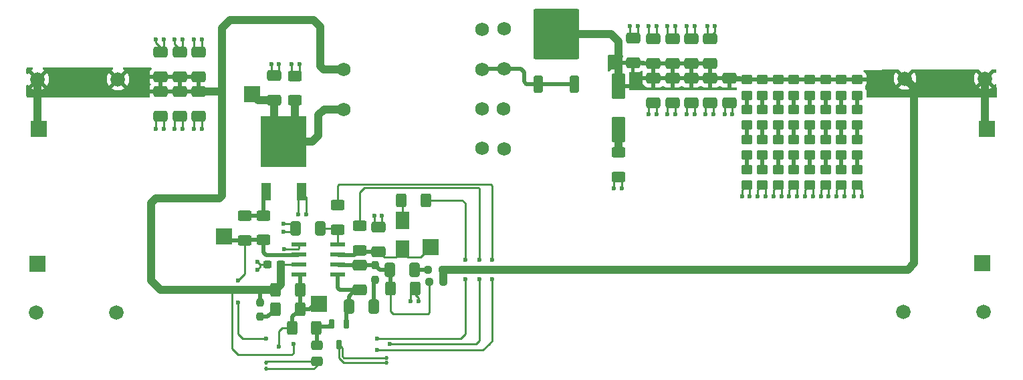
<source format=gtl>
%TF.GenerationSoftware,KiCad,Pcbnew,9.0.5*%
%TF.CreationDate,2025-10-18T17:09:32-07:00*%
%TF.ProjectId,Flyback_CCM_Converter,466c7962-6163-46b5-9f43-434d5f436f6e,rev?*%
%TF.SameCoordinates,Original*%
%TF.FileFunction,Copper,L1,Top*%
%TF.FilePolarity,Positive*%
%FSLAX46Y46*%
G04 Gerber Fmt 4.6, Leading zero omitted, Abs format (unit mm)*
G04 Created by KiCad (PCBNEW 9.0.5) date 2025-10-18 17:09:32*
%MOMM*%
%LPD*%
G01*
G04 APERTURE LIST*
G04 Aperture macros list*
%AMRoundRect*
0 Rectangle with rounded corners*
0 $1 Rounding radius*
0 $2 $3 $4 $5 $6 $7 $8 $9 X,Y pos of 4 corners*
0 Add a 4 corners polygon primitive as box body*
4,1,4,$2,$3,$4,$5,$6,$7,$8,$9,$2,$3,0*
0 Add four circle primitives for the rounded corners*
1,1,$1+$1,$2,$3*
1,1,$1+$1,$4,$5*
1,1,$1+$1,$6,$7*
1,1,$1+$1,$8,$9*
0 Add four rect primitives between the rounded corners*
20,1,$1+$1,$2,$3,$4,$5,0*
20,1,$1+$1,$4,$5,$6,$7,0*
20,1,$1+$1,$6,$7,$8,$9,0*
20,1,$1+$1,$8,$9,$2,$3,0*%
G04 Aperture macros list end*
%TA.AperFunction,SMDPad,CuDef*%
%ADD10RoundRect,0.162500X-0.162500X0.447500X-0.162500X-0.447500X0.162500X-0.447500X0.162500X0.447500X0*%
%TD*%
%TA.AperFunction,ComponentPad*%
%ADD11C,1.828800*%
%TD*%
%TA.AperFunction,ComponentPad*%
%ADD12C,1.750000*%
%TD*%
%TA.AperFunction,ComponentPad*%
%ADD13R,2.000000X2.000000*%
%TD*%
%TA.AperFunction,SMDPad,CuDef*%
%ADD14RoundRect,0.250000X0.625000X-0.400000X0.625000X0.400000X-0.625000X0.400000X-0.625000X-0.400000X0*%
%TD*%
%TA.AperFunction,SMDPad,CuDef*%
%ADD15RoundRect,0.237500X-0.237500X0.250000X-0.237500X-0.250000X0.237500X-0.250000X0.237500X0.250000X0*%
%TD*%
%TA.AperFunction,SMDPad,CuDef*%
%ADD16RoundRect,0.250000X0.400000X0.625000X-0.400000X0.625000X-0.400000X-0.625000X0.400000X-0.625000X0*%
%TD*%
%TA.AperFunction,SMDPad,CuDef*%
%ADD17RoundRect,0.250000X0.650000X-0.412500X0.650000X0.412500X-0.650000X0.412500X-0.650000X-0.412500X0*%
%TD*%
%TA.AperFunction,SMDPad,CuDef*%
%ADD18R,1.200000X2.200000*%
%TD*%
%TA.AperFunction,SMDPad,CuDef*%
%ADD19R,5.800000X6.400000*%
%TD*%
%TA.AperFunction,SMDPad,CuDef*%
%ADD20RoundRect,0.250000X-0.475000X0.337500X-0.475000X-0.337500X0.475000X-0.337500X0.475000X0.337500X0*%
%TD*%
%TA.AperFunction,SMDPad,CuDef*%
%ADD21RoundRect,0.250000X0.412500X0.650000X-0.412500X0.650000X-0.412500X-0.650000X0.412500X-0.650000X0*%
%TD*%
%TA.AperFunction,SMDPad,CuDef*%
%ADD22RoundRect,0.237500X-0.250000X-0.237500X0.250000X-0.237500X0.250000X0.237500X-0.250000X0.237500X0*%
%TD*%
%TA.AperFunction,SMDPad,CuDef*%
%ADD23RoundRect,0.237500X0.237500X-0.250000X0.237500X0.250000X-0.237500X0.250000X-0.237500X-0.250000X0*%
%TD*%
%TA.AperFunction,SMDPad,CuDef*%
%ADD24RoundRect,0.237500X0.300000X0.237500X-0.300000X0.237500X-0.300000X-0.237500X0.300000X-0.237500X0*%
%TD*%
%TA.AperFunction,SMDPad,CuDef*%
%ADD25RoundRect,0.250000X-0.412500X-0.650000X0.412500X-0.650000X0.412500X0.650000X-0.412500X0.650000X0*%
%TD*%
%TA.AperFunction,SMDPad,CuDef*%
%ADD26R,1.981200X0.558800*%
%TD*%
%TA.AperFunction,SMDPad,CuDef*%
%ADD27RoundRect,0.250000X-0.400000X-0.625000X0.400000X-0.625000X0.400000X0.625000X-0.400000X0.625000X0*%
%TD*%
%TA.AperFunction,SMDPad,CuDef*%
%ADD28R,1.651000X2.184400*%
%TD*%
%TA.AperFunction,SMDPad,CuDef*%
%ADD29RoundRect,0.237500X0.250000X0.237500X-0.250000X0.237500X-0.250000X-0.237500X0.250000X-0.237500X0*%
%TD*%
%TA.AperFunction,SMDPad,CuDef*%
%ADD30RoundRect,0.250000X-0.650000X0.412500X-0.650000X-0.412500X0.650000X-0.412500X0.650000X0.412500X0*%
%TD*%
%TA.AperFunction,SMDPad,CuDef*%
%ADD31RoundRect,0.250000X-0.450000X0.350000X-0.450000X-0.350000X0.450000X-0.350000X0.450000X0.350000X0*%
%TD*%
%TA.AperFunction,SMDPad,CuDef*%
%ADD32RoundRect,0.250000X-0.600000X1.400000X-0.600000X-1.400000X0.600000X-1.400000X0.600000X1.400000X0*%
%TD*%
%TA.AperFunction,SMDPad,CuDef*%
%ADD33RoundRect,0.250000X0.350000X-0.850000X0.350000X0.850000X-0.350000X0.850000X-0.350000X-0.850000X0*%
%TD*%
%TA.AperFunction,SMDPad,CuDef*%
%ADD34RoundRect,0.249997X2.650003X-2.950003X2.650003X2.950003X-2.650003X2.950003X-2.650003X-2.950003X0*%
%TD*%
%TA.AperFunction,SMDPad,CuDef*%
%ADD35RoundRect,0.250000X-0.625000X0.400000X-0.625000X-0.400000X0.625000X-0.400000X0.625000X0.400000X0*%
%TD*%
%TA.AperFunction,ViaPad*%
%ADD36C,0.523800*%
%TD*%
%TA.AperFunction,ViaPad*%
%ADD37C,0.600000*%
%TD*%
%TA.AperFunction,Conductor*%
%ADD38C,0.254000*%
%TD*%
%TA.AperFunction,Conductor*%
%ADD39C,0.508000*%
%TD*%
%TA.AperFunction,Conductor*%
%ADD40C,1.016000*%
%TD*%
G04 APERTURE END LIST*
D10*
%TO.P,Q2,1,E*%
%TO.N,/COMP*%
X146150000Y-132890000D03*
%TO.P,Q2,2,B*%
%TO.N,Net-(Q2-B)*%
X144250000Y-132890000D03*
%TO.P,Q2,3,C*%
%TO.N,GND*%
X145200000Y-135510000D03*
%TD*%
D11*
%TO.P,+12V,1,1*%
%TO.N,VCC*%
X107043900Y-101885700D03*
%TO.P,+12V,2,2*%
X117203900Y-101885700D03*
%TD*%
%TO.P,+5V,1,1*%
%TO.N,+5V*%
X227000000Y-101800000D03*
%TO.P,+5V,2,2*%
X216840000Y-101800000D03*
%TD*%
D12*
%TO.P,T1,1,AA*%
%TO.N,VCC*%
X145800000Y-100600000D03*
%TO.P,T1,2,AB*%
%TO.N,Net-(Q1-D)*%
X145800000Y-105680000D03*
%TO.P,T1,3,SA*%
%TO.N,GND*%
X163300000Y-105600000D03*
X166040000Y-105670000D03*
%TO.P,T1,4,SB*%
%TO.N,Net-(T1-SB)*%
X163300000Y-100600000D03*
X166090000Y-100580000D03*
%TO.P,T1,NC1*%
%TO.N,N/C*%
X163300000Y-110600000D03*
X166070000Y-110730000D03*
%TO.P,T1,NC2*%
X163300000Y-95600000D03*
X166070000Y-95500000D03*
%TD*%
D13*
%TO.P,TP3,1,1*%
%TO.N,+5V*%
X227200000Y-108200000D03*
%TD*%
%TO.P,TP1,1,1*%
%TO.N,VCC*%
X107200000Y-108200000D03*
%TD*%
%TO.P,TP4,1,1*%
%TO.N,GND*%
X226600000Y-125200000D03*
%TD*%
%TO.P,TP2,1,1*%
%TO.N,GND*%
X106962500Y-125285700D03*
%TD*%
D11*
%TO.P,GND,2,2*%
%TO.N,GND*%
X216640000Y-131400000D03*
%TO.P,GND,1,1*%
X226800000Y-131400000D03*
%TD*%
%TO.P,GND,2,2*%
%TO.N,GND*%
X117003900Y-131485700D03*
%TO.P,GND,1,1*%
X106843900Y-131485700D03*
%TD*%
D14*
%TO.P,Rosc1,2*%
%TO.N,Net-(U1-VREF)*%
X145000000Y-117850000D03*
%TO.P,Rosc1,1*%
%TO.N,/RT{slash}CT*%
X145000000Y-120950000D03*
%TD*%
D13*
%TO.P,TP7,1,1*%
%TO.N,/ISENSE*%
X156800000Y-123200000D03*
%TD*%
D15*
%TO.P,Rcomp_2,2*%
%TO.N,Net-(Ccomp_1-Pad2)*%
X149800000Y-127300000D03*
%TO.P,Rcomp_2,1*%
%TO.N,/VFB*%
X149800000Y-125475000D03*
%TD*%
D16*
%TO.P,Rb1,2*%
%TO.N,/VFB*%
X151700000Y-128400000D03*
%TO.P,Rb1,1*%
%TO.N,GND*%
X154800000Y-128400000D03*
%TD*%
D14*
%TO.P,R_isense1,2*%
%TO.N,VCC*%
X147800000Y-120450000D03*
%TO.P,R_isense1,1*%
%TO.N,/ISENSE*%
X147800000Y-123550000D03*
%TD*%
D17*
%TO.P,C_isense1,2*%
%TO.N,GND*%
X150200000Y-120637500D03*
%TO.P,C_isense1,1*%
%TO.N,/ISENSE*%
X150200000Y-123762500D03*
%TD*%
%TO.P,Ccomp_3,2*%
%TO.N,/VFB*%
X147800000Y-125475000D03*
%TO.P,Ccomp_3,1*%
%TO.N,/COMP*%
X147800000Y-128600000D03*
%TD*%
D18*
%TO.P,Q1,3,S*%
%TO.N,GND*%
X140480000Y-116100000D03*
D19*
%TO.P,Q1,2,D*%
%TO.N,Net-(Q1-D)*%
X138200000Y-109800000D03*
D18*
%TO.P,Q1,1,G*%
%TO.N,/QG*%
X135920000Y-116100000D03*
%TD*%
D20*
%TO.P,C_ss1,2*%
%TO.N,GND*%
X142400000Y-137675000D03*
%TO.P,C_ss1,1*%
%TO.N,Net-(Q2-B)*%
X142400000Y-135600000D03*
%TD*%
D21*
%TO.P,Cosc1,2*%
%TO.N,GND*%
X139675000Y-120800000D03*
%TO.P,Cosc1,1*%
%TO.N,/RT{slash}CT*%
X142800000Y-120800000D03*
%TD*%
%TO.P,Ccomp_2,2*%
%TO.N,/VFB*%
X151637500Y-126000000D03*
%TO.P,Ccomp_2,1*%
%TO.N,Net-(Ccomp_2-Pad1)*%
X154762500Y-126000000D03*
%TD*%
D16*
%TO.P,R_ss1,2*%
%TO.N,Net-(U1-VREF)*%
X139237500Y-133400000D03*
%TO.P,R_ss1,1*%
%TO.N,Net-(Q2-B)*%
X142337500Y-133400000D03*
%TD*%
D22*
%TO.P,Rcomp_1,2*%
%TO.N,+5V*%
X158400000Y-127600000D03*
%TO.P,Rcomp_1,1*%
%TO.N,/VFB*%
X156575000Y-127600000D03*
%TD*%
D23*
%TO.P,Rdiv_3,2*%
%TO.N,VCC*%
X135237500Y-130175000D03*
%TO.P,Rdiv_3,1*%
%TO.N,Net-(Rdiv_2-Pad2)*%
X135237500Y-132000000D03*
%TD*%
D16*
%TO.P,Rdiv_1,2*%
%TO.N,VCC*%
X137137500Y-128600000D03*
%TO.P,Rdiv_1,1*%
%TO.N,Net-(U1-VREF)*%
X140237500Y-128600000D03*
%TD*%
D24*
%TO.P,C14,2*%
%TO.N,GND*%
X136137500Y-125400000D03*
%TO.P,C14,1*%
%TO.N,VCC*%
X137862500Y-125400000D03*
%TD*%
D25*
%TO.P,Ccomp_1,2*%
%TO.N,Net-(Ccomp_1-Pad2)*%
X149600000Y-130675000D03*
%TO.P,Ccomp_1,1*%
%TO.N,/COMP*%
X146475000Y-130675000D03*
%TD*%
D13*
%TO.P,TP6,1,1*%
%TO.N,Net-(U1-VREF)*%
X142637500Y-130400000D03*
%TD*%
D26*
%TO.P,U1,8,VREF*%
%TO.N,Net-(U1-VREF)*%
X140072400Y-126610000D03*
%TO.P,U1,7,VCC*%
%TO.N,VCC*%
X140072400Y-125340000D03*
%TO.P,U1,6,OUTPUT*%
%TO.N,/OUT*%
X140072400Y-124070000D03*
%TO.P,U1,5,GROUND*%
%TO.N,GND*%
X140072400Y-122800000D03*
%TO.P,U1,4,RT/CT*%
%TO.N,/RT{slash}CT*%
X145000000Y-122800000D03*
%TO.P,U1,3,ISENSE*%
%TO.N,/ISENSE*%
X145000000Y-124070000D03*
%TO.P,U1,2,VFB*%
%TO.N,/VFB*%
X145000000Y-125340000D03*
%TO.P,U1,1,COMP*%
%TO.N,/COMP*%
X145000000Y-126610000D03*
%TD*%
D16*
%TO.P,Rdiv_2,2*%
%TO.N,Net-(Rdiv_2-Pad2)*%
X137137500Y-131000000D03*
%TO.P,Rdiv_2,1*%
%TO.N,Net-(U1-VREF)*%
X140237500Y-131000000D03*
%TD*%
D27*
%TO.P,R_isense2,2*%
%TO.N,/OUT*%
X156200000Y-117200000D03*
%TO.P,R_isense2,1*%
%TO.N,Net-(CR1-Pad1)*%
X153100000Y-117200000D03*
%TD*%
D28*
%TO.P,CR1,2*%
%TO.N,/ISENSE*%
X153200000Y-123454200D03*
%TO.P,CR1,1*%
%TO.N,Net-(CR1-Pad1)*%
X153200000Y-119745800D03*
%TD*%
D29*
%TO.P,Rcomp_3,2*%
%TO.N,Net-(Ccomp_2-Pad1)*%
X156487500Y-126000000D03*
%TO.P,Rcomp_3,1*%
%TO.N,+5V*%
X158312500Y-126000000D03*
%TD*%
D14*
%TO.P,Rg_1,2*%
%TO.N,/QG*%
X135625000Y-119150000D03*
%TO.P,Rg_1,1*%
%TO.N,/OUT*%
X135625000Y-122250000D03*
%TD*%
%TO.P,Rg_2,2*%
%TO.N,/QG*%
X133225000Y-119200000D03*
%TO.P,Rg_2,1*%
%TO.N,/OUT*%
X133225000Y-122300000D03*
%TD*%
D17*
%TO.P,Cin_5,2*%
%TO.N,GND*%
X127400000Y-98437500D03*
%TO.P,Cin_5,1*%
%TO.N,VCC*%
X127400000Y-101562500D03*
%TD*%
%TO.P,Cin_1,2*%
%TO.N,GND*%
X122600000Y-98437500D03*
%TO.P,Cin_1,1*%
%TO.N,VCC*%
X122600000Y-101562500D03*
%TD*%
D30*
%TO.P,Cin_3,2*%
%TO.N,GND*%
X125000000Y-106562500D03*
%TO.P,Cin_3,1*%
%TO.N,VCC*%
X125000000Y-103437500D03*
%TD*%
D17*
%TO.P,Cin_4,2*%
%TO.N,GND*%
X125037500Y-98437500D03*
%TO.P,Cin_4,1*%
%TO.N,VCC*%
X125037500Y-101562500D03*
%TD*%
D30*
%TO.P,C17,2*%
%TO.N,GND*%
X127400000Y-106600000D03*
%TO.P,C17,1*%
%TO.N,VCC*%
X127400000Y-103475000D03*
%TD*%
D17*
%TO.P,Cout_1,1*%
%TO.N,+5V*%
X182400000Y-99825000D03*
%TO.P,Cout_1,2*%
%TO.N,GND*%
X182400000Y-96700000D03*
%TD*%
D31*
%TO.P,Rpreload16,1*%
%TO.N,Net-(Rpreload15-Pad2)*%
X202800000Y-113300000D03*
%TO.P,Rpreload16,2*%
%TO.N,GND*%
X202800000Y-115300000D03*
%TD*%
%TO.P,Rpreload17,1*%
%TO.N,+5V*%
X204800000Y-101900000D03*
%TO.P,Rpreload17,2*%
%TO.N,Net-(Rpreload17-Pad2)*%
X204800000Y-103900000D03*
%TD*%
D30*
%TO.P,Cout_9,1*%
%TO.N,+5V*%
X189800000Y-101737500D03*
%TO.P,Cout_9,2*%
%TO.N,GND*%
X189800000Y-104862500D03*
%TD*%
D31*
%TO.P,Rpreload18,1*%
%TO.N,Net-(Rpreload17-Pad2)*%
X204800000Y-105700000D03*
%TO.P,Rpreload18,2*%
%TO.N,Net-(Rpreload18-Pad2)*%
X204800000Y-107700000D03*
%TD*%
%TO.P,Rpreload9,1*%
%TO.N,+5V*%
X198800000Y-101900000D03*
%TO.P,Rpreload9,2*%
%TO.N,Net-(Rpreload10-Pad1)*%
X198800000Y-103900000D03*
%TD*%
D17*
%TO.P,Cout_5,1*%
%TO.N,+5V*%
X192200000Y-99862500D03*
%TO.P,Cout_5,2*%
%TO.N,GND*%
X192200000Y-96737500D03*
%TD*%
D30*
%TO.P,Cout_4,1*%
%TO.N,+5V*%
X185000000Y-101737500D03*
%TO.P,Cout_4,2*%
%TO.N,GND*%
X185000000Y-104862500D03*
%TD*%
D31*
%TO.P,Rpreload12,1*%
%TO.N,Net-(Rpreload11-Pad2)*%
X198800000Y-113300000D03*
%TO.P,Rpreload12,2*%
%TO.N,GND*%
X198800000Y-115300000D03*
%TD*%
D17*
%TO.P,C_snub1,1*%
%TO.N,Net-(Q1-D)*%
X137000000Y-104562500D03*
%TO.P,C_snub1,2*%
%TO.N,GND*%
X137000000Y-101437500D03*
%TD*%
D31*
%TO.P,Rpreload26,1*%
%TO.N,Net-(Rpreload25-Pad2)*%
X208800000Y-105700000D03*
%TO.P,Rpreload26,2*%
%TO.N,Net-(Rpreload26-Pad2)*%
X208800000Y-107700000D03*
%TD*%
D30*
%TO.P,Cout_8,1*%
%TO.N,+5V*%
X187400000Y-101737500D03*
%TO.P,Cout_8,2*%
%TO.N,GND*%
X187400000Y-104862500D03*
%TD*%
D31*
%TO.P,Rpreload30,1*%
%TO.N,Net-(Rpreload29-Pad2)*%
X210800000Y-105700000D03*
%TO.P,Rpreload30,2*%
%TO.N,Net-(Rpreload30-Pad2)*%
X210800000Y-107700000D03*
%TD*%
%TO.P,Rpreload14,1*%
%TO.N,Net-(Rpreload13-Pad2)*%
X202800000Y-105700000D03*
%TO.P,Rpreload14,2*%
%TO.N,Net-(Rpreload14-Pad2)*%
X202800000Y-107700000D03*
%TD*%
D32*
%TO.P,D4,1,K*%
%TO.N,+5V*%
X180600000Y-102750000D03*
%TO.P,D4,2,A*%
%TO.N,Net-(D4-A)*%
X180600000Y-108250000D03*
%TD*%
D13*
%TO.P,TP8,1,1*%
%TO.N,Net-(Q1-D)*%
X134200000Y-103800000D03*
%TD*%
D30*
%TO.P,Cout_10,1*%
%TO.N,+5V*%
X192200000Y-101737500D03*
%TO.P,Cout_10,2*%
%TO.N,GND*%
X192200000Y-104862500D03*
%TD*%
D31*
%TO.P,Rpreload24,1*%
%TO.N,Net-(Rpreload23-Pad2)*%
X206800000Y-113300000D03*
%TO.P,Rpreload24,2*%
%TO.N,GND*%
X206800000Y-115300000D03*
%TD*%
%TO.P,Rpreload31,1*%
%TO.N,Net-(Rpreload30-Pad2)*%
X210800000Y-109500000D03*
%TO.P,Rpreload31,2*%
%TO.N,Net-(Rpreload31-Pad2)*%
X210800000Y-111500000D03*
%TD*%
%TO.P,Rpreload19,1*%
%TO.N,Net-(Rpreload18-Pad2)*%
X204800000Y-109500000D03*
%TO.P,Rpreload19,2*%
%TO.N,Net-(Rpreload19-Pad2)*%
X204800000Y-111500000D03*
%TD*%
%TO.P,Rpreload10,1*%
%TO.N,Net-(Rpreload10-Pad1)*%
X198800000Y-105700000D03*
%TO.P,Rpreload10,2*%
%TO.N,Net-(Rpreload10-Pad2)*%
X198800000Y-107700000D03*
%TD*%
%TO.P,Rpreload32,1*%
%TO.N,Net-(Rpreload31-Pad2)*%
X210800000Y-113300000D03*
%TO.P,Rpreload32,2*%
%TO.N,GND*%
X210800000Y-115300000D03*
%TD*%
D30*
%TO.P,Cout_2,1*%
%TO.N,+5V*%
X194600000Y-101737500D03*
%TO.P,Cout_2,2*%
%TO.N,GND*%
X194600000Y-104862500D03*
%TD*%
D33*
%TO.P,R8,1,1*%
%TO.N,Net-(T1-SB)*%
X170395000Y-102475000D03*
D34*
%TO.P,R8,2,2*%
%TO.N,+5V*%
X172675000Y-96175000D03*
D33*
%TO.P,R8,3,3*%
%TO.N,Net-(T1-SB)*%
X174955000Y-102475000D03*
%TD*%
D17*
%TO.P,Cout_7,1*%
%TO.N,+5V*%
X187400000Y-99862500D03*
%TO.P,Cout_7,2*%
%TO.N,GND*%
X187400000Y-96737500D03*
%TD*%
D31*
%TO.P,Rpreload6,1*%
%TO.N,Net-(Rpreload5-Pad2)*%
X200800000Y-105700000D03*
%TO.P,Rpreload6,2*%
%TO.N,Net-(Rpreload6-Pad2)*%
X200800000Y-107700000D03*
%TD*%
%TO.P,Rpreload11,1*%
%TO.N,Net-(Rpreload10-Pad2)*%
X198800000Y-109500000D03*
%TO.P,Rpreload11,2*%
%TO.N,Net-(Rpreload11-Pad2)*%
X198800000Y-111500000D03*
%TD*%
%TO.P,Rpreload1,1*%
%TO.N,+5V*%
X196800000Y-101900000D03*
%TO.P,Rpreload1,2*%
%TO.N,Net-(Rpreload1-Pad2)*%
X196800000Y-103900000D03*
%TD*%
%TO.P,Rpreload8,1*%
%TO.N,Net-(Rpreload7-Pad2)*%
X200800000Y-113300000D03*
%TO.P,Rpreload8,2*%
%TO.N,GND*%
X200800000Y-115300000D03*
%TD*%
%TO.P,Rpreload21,1*%
%TO.N,+5V*%
X206800000Y-101900000D03*
%TO.P,Rpreload21,2*%
%TO.N,Net-(Rpreload21-Pad2)*%
X206800000Y-103900000D03*
%TD*%
D17*
%TO.P,Cout_6,1*%
%TO.N,+5V*%
X189800000Y-99862500D03*
%TO.P,Cout_6,2*%
%TO.N,GND*%
X189800000Y-96737500D03*
%TD*%
D35*
%TO.P,R_snub1,1*%
%TO.N,GND*%
X139600000Y-101450000D03*
%TO.P,R_snub1,2*%
%TO.N,Net-(Q1-D)*%
X139600000Y-104550000D03*
%TD*%
D17*
%TO.P,Cout_3,1*%
%TO.N,+5V*%
X185000000Y-99862500D03*
%TO.P,Cout_3,2*%
%TO.N,GND*%
X185000000Y-96737500D03*
%TD*%
D31*
%TO.P,Rpreload13,1*%
%TO.N,+5V*%
X202800000Y-101900000D03*
%TO.P,Rpreload13,2*%
%TO.N,Net-(Rpreload13-Pad2)*%
X202800000Y-103900000D03*
%TD*%
%TO.P,Rpreload20,1*%
%TO.N,Net-(Rpreload19-Pad2)*%
X204800000Y-113300000D03*
%TO.P,Rpreload20,2*%
%TO.N,GND*%
X204800000Y-115300000D03*
%TD*%
%TO.P,Rpreload15,1*%
%TO.N,Net-(Rpreload14-Pad2)*%
X202800000Y-109500000D03*
%TO.P,Rpreload15,2*%
%TO.N,Net-(Rpreload15-Pad2)*%
X202800000Y-111500000D03*
%TD*%
%TO.P,Rpreload4,1*%
%TO.N,Net-(Rpreload3-Pad2)*%
X196800000Y-113300000D03*
%TO.P,Rpreload4,2*%
%TO.N,GND*%
X196800000Y-115300000D03*
%TD*%
%TO.P,Rpreload27,1*%
%TO.N,Net-(Rpreload26-Pad2)*%
X208800000Y-109500000D03*
%TO.P,Rpreload27,2*%
%TO.N,Net-(Rpreload27-Pad2)*%
X208800000Y-111500000D03*
%TD*%
%TO.P,Rpreload5,1*%
%TO.N,+5V*%
X200800000Y-101900000D03*
%TO.P,Rpreload5,2*%
%TO.N,Net-(Rpreload5-Pad2)*%
X200800000Y-103900000D03*
%TD*%
%TO.P,Rpreload25,1*%
%TO.N,+5V*%
X208800000Y-101900000D03*
%TO.P,Rpreload25,2*%
%TO.N,Net-(Rpreload25-Pad2)*%
X208800000Y-103900000D03*
%TD*%
%TO.P,Rpreload3,1*%
%TO.N,Net-(Rpreload2-Pad2)*%
X196800000Y-109500000D03*
%TO.P,Rpreload3,2*%
%TO.N,Net-(Rpreload3-Pad2)*%
X196800000Y-111500000D03*
%TD*%
%TO.P,Rpreload28,1*%
%TO.N,Net-(Rpreload27-Pad2)*%
X208800000Y-113300000D03*
%TO.P,Rpreload28,2*%
%TO.N,GND*%
X208800000Y-115300000D03*
%TD*%
%TO.P,Rpreload2,1*%
%TO.N,Net-(Rpreload1-Pad2)*%
X196800000Y-105700000D03*
%TO.P,Rpreload2,2*%
%TO.N,Net-(Rpreload2-Pad2)*%
X196800000Y-107700000D03*
%TD*%
D14*
%TO.P,R11,1*%
%TO.N,GND*%
X180600000Y-114250000D03*
%TO.P,R11,2*%
%TO.N,Net-(D4-A)*%
X180600000Y-111150000D03*
%TD*%
D31*
%TO.P,Rpreload23,1*%
%TO.N,Net-(Rpreload22-Pad2)*%
X206800000Y-109500000D03*
%TO.P,Rpreload23,2*%
%TO.N,Net-(Rpreload23-Pad2)*%
X206800000Y-111500000D03*
%TD*%
%TO.P,Rpreload7,1*%
%TO.N,Net-(Rpreload6-Pad2)*%
X200800000Y-109500000D03*
%TO.P,Rpreload7,2*%
%TO.N,Net-(Rpreload7-Pad2)*%
X200800000Y-111500000D03*
%TD*%
D13*
%TO.P,TP5,1,1*%
%TO.N,/OUT*%
X130600000Y-121800000D03*
%TD*%
D31*
%TO.P,Rpreload29,1*%
%TO.N,+5V*%
X210800000Y-101900000D03*
%TO.P,Rpreload29,2*%
%TO.N,Net-(Rpreload29-Pad2)*%
X210800000Y-103900000D03*
%TD*%
%TO.P,Rpreload22,1*%
%TO.N,Net-(Rpreload21-Pad2)*%
X206800000Y-105700000D03*
%TO.P,Rpreload22,2*%
%TO.N,Net-(Rpreload22-Pad2)*%
X206800000Y-107700000D03*
%TD*%
D30*
%TO.P,Cin_2,2*%
%TO.N,GND*%
X122600000Y-106525000D03*
%TO.P,Cin_2,1*%
%TO.N,VCC*%
X122600000Y-103400000D03*
%TD*%
D36*
%TO.N,GND*%
X136000000Y-138600000D03*
X136000000Y-137800000D03*
X151200000Y-137800000D03*
D37*
X140200000Y-100000000D03*
X139200000Y-100000000D03*
X137600000Y-100000000D03*
X136600000Y-100000000D03*
X126800000Y-108200000D03*
X127800000Y-108200000D03*
X124400000Y-108200000D03*
X125400000Y-108200000D03*
X122000000Y-108200000D03*
X123000000Y-108200000D03*
%TO.N,VCC*%
X139400000Y-135427000D03*
X151600000Y-135427000D03*
X163000000Y-127200000D03*
X163000000Y-124800000D03*
%TO.N,Net-(U1-VREF)*%
X137600000Y-135800000D03*
X150000000Y-136200000D03*
X164600000Y-127200000D03*
X164600000Y-124800000D03*
%TO.N,/OUT*%
X132400000Y-127400000D03*
X132400000Y-130200000D03*
X136000000Y-134800000D03*
X150000000Y-134800000D03*
X161200000Y-124800000D03*
X161200000Y-127200000D03*
%TO.N,GND*%
X138200000Y-121200000D03*
X138200000Y-120200000D03*
X140000000Y-119000000D03*
X141000000Y-119000000D03*
X134837500Y-126000000D03*
X154237500Y-130000000D03*
X155237500Y-130000000D03*
X134837500Y-125000000D03*
X149637500Y-119200000D03*
X150637500Y-119200000D03*
X138237500Y-123400000D03*
X126800000Y-96837500D03*
X127800000Y-96837500D03*
X125400000Y-96837500D03*
X123000000Y-96837500D03*
X122000000Y-96837500D03*
X124400000Y-96837500D03*
X182000000Y-95100000D03*
X183000000Y-95100000D03*
X196200000Y-116700000D03*
X198200000Y-116700000D03*
X184400000Y-106300000D03*
X187800000Y-95100000D03*
X190200000Y-95100000D03*
X190200000Y-106300000D03*
X180000000Y-115700000D03*
X204200000Y-116700000D03*
X191600000Y-106300000D03*
X207200000Y-116700000D03*
X203200000Y-116700000D03*
X186800000Y-106300000D03*
X209200000Y-116700000D03*
X191800000Y-95100000D03*
X206200000Y-116700000D03*
X211400000Y-116700000D03*
X199200000Y-116700000D03*
X186800000Y-95100000D03*
X194000000Y-106300000D03*
X181000000Y-115700000D03*
X202200000Y-116700000D03*
X184400000Y-95100000D03*
X185400000Y-95100000D03*
X210400000Y-116700000D03*
X197200000Y-116700000D03*
X189200000Y-95100000D03*
X185400000Y-106300000D03*
X200200000Y-116700000D03*
X195000000Y-106300000D03*
X205200000Y-116700000D03*
X189200000Y-106300000D03*
X187800000Y-106300000D03*
X192800000Y-95100000D03*
X201200000Y-116700000D03*
X208200000Y-116700000D03*
X192600000Y-106300000D03*
D36*
X151200000Y-137200000D03*
%TD*%
D38*
%TO.N,GND*%
X142000000Y-138600000D02*
X136000000Y-138600000D01*
X142400000Y-138200000D02*
X142000000Y-138600000D01*
X142400000Y-137675000D02*
X142400000Y-138200000D01*
X136125000Y-137675000D02*
X136000000Y-137800000D01*
X142400000Y-137675000D02*
X136125000Y-137675000D01*
X145800000Y-137800000D02*
X151200000Y-137800000D01*
X145200000Y-137200000D02*
X145800000Y-137800000D01*
X145200000Y-135510000D02*
X145200000Y-137200000D01*
X145600000Y-135910000D02*
X145600000Y-137000000D01*
X145800000Y-137200000D02*
X151200000Y-137200000D01*
X145200000Y-135510000D02*
X145600000Y-135910000D01*
X145600000Y-137000000D02*
X145800000Y-137200000D01*
X142400000Y-137962500D02*
X142400000Y-137437500D01*
X142400000Y-137437500D02*
X142400000Y-138037500D01*
X145310000Y-135510000D02*
X145200000Y-135510000D01*
X145200000Y-135620000D02*
X145310000Y-135510000D01*
X145090000Y-135510000D02*
X145200000Y-135510000D01*
D39*
%TO.N,Net-(Q2-B)*%
X143940000Y-133200000D02*
X144250000Y-132890000D01*
D38*
%TO.N,GND*%
X154800000Y-128400000D02*
X154237500Y-128962500D01*
X154237500Y-128962500D02*
X154237500Y-130000000D01*
D40*
%TO.N,+5V*%
X227000000Y-108000000D02*
X227200000Y-108200000D01*
X227000000Y-101800000D02*
X227000000Y-108000000D01*
%TO.N,VCC*%
X107043900Y-108043900D02*
X107200000Y-108200000D01*
X107043900Y-101885700D02*
X107043900Y-108043900D01*
%TO.N,+5V*%
X217200000Y-126000000D02*
X158312500Y-126000000D01*
X218000000Y-125200000D02*
X217200000Y-126000000D01*
X218000000Y-102960000D02*
X218000000Y-125200000D01*
X216840000Y-101800000D02*
X218000000Y-102960000D01*
D38*
%TO.N,VCC*%
X162800000Y-135200000D02*
X162572000Y-135428000D01*
%TO.N,Net-(U1-VREF)*%
X164200000Y-135400000D02*
X163400000Y-136200000D01*
D40*
%TO.N,Net-(Q1-D)*%
X134962500Y-104562500D02*
X134200000Y-103800000D01*
X137000000Y-104562500D02*
X134962500Y-104562500D01*
D38*
%TO.N,GND*%
X140200000Y-100000000D02*
X140200000Y-101200000D01*
X139200000Y-100000000D02*
X139200000Y-101000000D01*
X137600000Y-100000000D02*
X137600000Y-101200000D01*
X136600000Y-100000000D02*
X136600000Y-101000000D01*
X126800000Y-107000000D02*
X126800000Y-108200000D01*
X127400000Y-106600000D02*
X127200000Y-106600000D01*
X127200000Y-106600000D02*
X126800000Y-107000000D01*
X127800000Y-107000000D02*
X127800000Y-108200000D01*
X127400000Y-106600000D02*
X127800000Y-107000000D01*
X124400000Y-107000000D02*
X124400000Y-108200000D01*
X124837500Y-106562500D02*
X124400000Y-107000000D01*
X125000000Y-106562500D02*
X124837500Y-106562500D01*
X125400000Y-106800000D02*
X125400000Y-108200000D01*
X125162500Y-106562500D02*
X125400000Y-106800000D01*
X125000000Y-106562500D02*
X125162500Y-106562500D01*
X122475000Y-106525000D02*
X122000000Y-107000000D01*
X122600000Y-106525000D02*
X122475000Y-106525000D01*
X122000000Y-107000000D02*
X122000000Y-108200000D01*
X123000000Y-106800000D02*
X123000000Y-108200000D01*
X122725000Y-106525000D02*
X123000000Y-106800000D01*
X122600000Y-106525000D02*
X122725000Y-106525000D01*
%TO.N,VCC*%
X132400000Y-136800000D02*
X131600000Y-136000000D01*
X139200000Y-136800000D02*
X132400000Y-136800000D01*
X139400000Y-135427000D02*
X139400000Y-136600000D01*
D40*
X131600000Y-128600000D02*
X135400000Y-128600000D01*
D38*
X131600000Y-136000000D02*
X131600000Y-128600000D01*
X151601000Y-135428000D02*
X151600000Y-135427000D01*
X162572000Y-135428000D02*
X151601000Y-135428000D01*
X139400000Y-136600000D02*
X139200000Y-136800000D01*
X163000000Y-115800000D02*
X163000000Y-124800000D01*
X163000000Y-127200000D02*
X163000000Y-135000000D01*
X148400000Y-115655000D02*
X162855000Y-115655000D01*
X147800000Y-116255000D02*
X148400000Y-115655000D01*
X147800000Y-120450000D02*
X147800000Y-116255000D01*
X162855000Y-115655000D02*
X163000000Y-115800000D01*
%TO.N,Net-(U1-VREF)*%
X137600000Y-133800000D02*
X138000000Y-133400000D01*
X137600000Y-135800000D02*
X137600000Y-133800000D01*
X138000000Y-133400000D02*
X139237500Y-133400000D01*
X163400000Y-136200000D02*
X150000000Y-136200000D01*
X164600000Y-127200000D02*
X164600000Y-135000000D01*
X145200000Y-115200000D02*
X164400000Y-115200000D01*
X164600000Y-115400000D02*
X164600000Y-124800000D01*
X145000000Y-115400000D02*
X145200000Y-115200000D01*
X145000000Y-117850000D02*
X145000000Y-115400000D01*
X164400000Y-115200000D02*
X164600000Y-115400000D01*
%TO.N,/OUT*%
X133225000Y-126575000D02*
X133225000Y-122300000D01*
X132400000Y-134200000D02*
X132400000Y-130200000D01*
X133000000Y-134800000D02*
X132400000Y-134200000D01*
X132400000Y-127400000D02*
X133225000Y-126575000D01*
X136000000Y-134800000D02*
X133000000Y-134800000D01*
X160600000Y-134800000D02*
X150000000Y-134800000D01*
X161200000Y-134200000D02*
X160600000Y-134800000D01*
X161200000Y-117600000D02*
X161200000Y-124800000D01*
X160800000Y-117200000D02*
X161200000Y-117600000D01*
X156200000Y-117200000D02*
X160800000Y-117200000D01*
X161200000Y-127200000D02*
X161200000Y-134200000D01*
D40*
%TO.N,VCC*%
X137862500Y-127875000D02*
X137862500Y-125400000D01*
X137137500Y-128600000D02*
X137862500Y-127875000D01*
D38*
%TO.N,GND*%
X139000000Y-121200000D02*
X138200000Y-121200000D01*
X139400000Y-120800000D02*
X139000000Y-121200000D01*
X139675000Y-120800000D02*
X139400000Y-120800000D01*
X139400000Y-120200000D02*
X138200000Y-120200000D01*
X139675000Y-120475000D02*
X139400000Y-120200000D01*
X139675000Y-120800000D02*
X139675000Y-120475000D01*
X140000000Y-117000000D02*
X140000000Y-119000000D01*
X140480000Y-116520000D02*
X140000000Y-117000000D01*
X140480000Y-116100000D02*
X140480000Y-116520000D01*
X141000000Y-116800000D02*
X141000000Y-119000000D01*
X140480000Y-116100000D02*
X140480000Y-116280000D01*
X140480000Y-116280000D02*
X141000000Y-116800000D01*
D40*
%TO.N,VCC*%
X143200000Y-100600000D02*
X145800000Y-100600000D01*
X142800000Y-95200000D02*
X142800000Y-100200000D01*
X142000000Y-94400000D02*
X142800000Y-95200000D01*
X131400000Y-94400000D02*
X142000000Y-94400000D01*
X130400000Y-95400000D02*
X131400000Y-94400000D01*
X142800000Y-100200000D02*
X143200000Y-100600000D01*
X130400000Y-103800000D02*
X130400000Y-95400000D01*
%TO.N,Net-(Q1-D)*%
X141800000Y-109800000D02*
X142600000Y-109000000D01*
X143320000Y-105680000D02*
X145800000Y-105680000D01*
X138200000Y-109800000D02*
X141800000Y-109800000D01*
X142600000Y-109000000D02*
X142600000Y-106400000D01*
X142600000Y-106400000D02*
X143320000Y-105680000D01*
D39*
%TO.N,Net-(T1-SB)*%
X163320000Y-100580000D02*
X163300000Y-100600000D01*
X166090000Y-100580000D02*
X163320000Y-100580000D01*
X168600000Y-102200000D02*
X168600000Y-101000000D01*
X168875000Y-102475000D02*
X168600000Y-102200000D01*
X168600000Y-101000000D02*
X168180000Y-100580000D01*
X170395000Y-102475000D02*
X168875000Y-102475000D01*
X168180000Y-100580000D02*
X166090000Y-100580000D01*
X174955000Y-102475000D02*
X170395000Y-102475000D01*
%TO.N,VCC*%
X135237500Y-128762500D02*
X135400000Y-128600000D01*
X135237500Y-130175000D02*
X135237500Y-128762500D01*
D40*
X135400000Y-128600000D02*
X137137500Y-128600000D01*
D39*
%TO.N,/OUT*%
X135625000Y-123825000D02*
X135625000Y-122250000D01*
X135955000Y-124155000D02*
X135625000Y-123825000D01*
X139987400Y-124155000D02*
X135955000Y-124155000D01*
X140072400Y-124070000D02*
X139987400Y-124155000D01*
D40*
%TO.N,VCC*%
X122600000Y-128600000D02*
X131600000Y-128600000D01*
X121400000Y-127400000D02*
X122600000Y-128600000D01*
X121400000Y-117600000D02*
X121400000Y-127400000D01*
X122000000Y-117000000D02*
X121400000Y-117600000D01*
X130000000Y-117000000D02*
X122000000Y-117000000D01*
X130400000Y-116600000D02*
X130000000Y-117000000D01*
X130400000Y-103800000D02*
X130400000Y-116600000D01*
X130075000Y-103475000D02*
X130400000Y-103800000D01*
X127400000Y-103475000D02*
X130075000Y-103475000D01*
%TO.N,Net-(Q1-D)*%
X139600000Y-108400000D02*
X139600000Y-104550000D01*
X138200000Y-109800000D02*
X139600000Y-108400000D01*
X137000000Y-108600000D02*
X137000000Y-104562500D01*
X138200000Y-109800000D02*
X137000000Y-108600000D01*
D39*
%TO.N,/QG*%
X135625000Y-116395000D02*
X135920000Y-116100000D01*
X135625000Y-119150000D02*
X135625000Y-116395000D01*
%TO.N,/OUT*%
X131100000Y-122300000D02*
X130600000Y-121800000D01*
X133225000Y-122300000D02*
X131100000Y-122300000D01*
%TO.N,Net-(Rdiv_2-Pad2)*%
X135237500Y-132000000D02*
X136137500Y-132000000D01*
X136137500Y-132000000D02*
X137137500Y-131000000D01*
%TO.N,Net-(U1-VREF)*%
X139237500Y-133400000D02*
X139237500Y-132000000D01*
X139237500Y-132000000D02*
X140237500Y-131000000D01*
X140237500Y-131000000D02*
X140237500Y-128600000D01*
X140237500Y-128600000D02*
X140237500Y-126775100D01*
X140237500Y-126775100D02*
X140072400Y-126610000D01*
X140237500Y-131000000D02*
X141437500Y-131000000D01*
X141437500Y-131000000D02*
X142637500Y-129800000D01*
D40*
%TO.N,+5V*%
X158400000Y-126087500D02*
X158312500Y-126000000D01*
D39*
%TO.N,Net-(Ccomp_1-Pad2)*%
X149600000Y-127500000D02*
X149800000Y-127300000D01*
%TO.N,/COMP*%
X147800000Y-128600000D02*
X145237500Y-128600000D01*
X146150000Y-131000000D02*
X146475000Y-130675000D01*
X145000000Y-128362500D02*
X145000000Y-126610000D01*
X146437500Y-129400000D02*
X147237500Y-128600000D01*
X145237500Y-128600000D02*
X145000000Y-128362500D01*
X146475000Y-130675000D02*
X146475000Y-129437500D01*
X146475000Y-129437500D02*
X146437500Y-129400000D01*
%TO.N,/VFB*%
X150325000Y-126000000D02*
X149800000Y-125475000D01*
X147800000Y-125475000D02*
X145135000Y-125475000D01*
D38*
%TO.N,GND*%
X154800000Y-129162500D02*
X155237500Y-129600000D01*
%TO.N,/VFB*%
X151700000Y-131262500D02*
X151700000Y-128400000D01*
X156575000Y-131462500D02*
X156437500Y-131600000D01*
D39*
%TO.N,Net-(Ccomp_1-Pad2)*%
X149600000Y-130675000D02*
X149600000Y-127500000D01*
%TO.N,/COMP*%
X146150000Y-132890000D02*
X146150000Y-131000000D01*
D38*
%TO.N,GND*%
X154800000Y-128400000D02*
X154800000Y-129162500D01*
D40*
%TO.N,+5V*%
X158400000Y-127600000D02*
X158400000Y-126087500D01*
D39*
%TO.N,/COMP*%
X147237500Y-128600000D02*
X147800000Y-128600000D01*
D38*
%TO.N,/ISENSE*%
X152376720Y-124471200D02*
X150908700Y-124471200D01*
D39*
%TO.N,Net-(Q2-B)*%
X142400000Y-135362500D02*
X142400000Y-133350000D01*
D38*
%TO.N,Net-(CR1-Pad1)*%
X153200000Y-119745800D02*
X153200000Y-117400000D01*
D39*
%TO.N,/ISENSE*%
X148012500Y-123762500D02*
X147800000Y-123550000D01*
%TO.N,/VFB*%
X149800000Y-125475000D02*
X147800000Y-125475000D01*
%TO.N,/ISENSE*%
X145130000Y-124200000D02*
X145000000Y-124070000D01*
D38*
X155528800Y-124471200D02*
X156800000Y-123200000D01*
D39*
%TO.N,/VFB*%
X151700000Y-128400000D02*
X151700000Y-126062500D01*
D38*
X156575000Y-127600000D02*
X156575000Y-131462500D01*
%TO.N,/ISENSE*%
X150908700Y-124471200D02*
X150200000Y-123762500D01*
X153200000Y-123454200D02*
X153200000Y-123762500D01*
X152451700Y-123800000D02*
X152451700Y-124396220D01*
%TO.N,/RT{slash}CT*%
X144850000Y-120800000D02*
X145000000Y-120950000D01*
%TO.N,/ISENSE*%
X152451700Y-124396220D02*
X152376720Y-124471200D01*
X153200000Y-123762500D02*
X153908700Y-124471200D01*
D39*
%TO.N,/VFB*%
X145135000Y-125475000D02*
X145000000Y-125340000D01*
X151700000Y-126062500D02*
X151637500Y-126000000D01*
D38*
%TO.N,/ISENSE*%
X153908700Y-124471200D02*
X155528800Y-124471200D01*
D39*
%TO.N,Net-(Q2-B)*%
X142400000Y-133350000D02*
X142550000Y-133200000D01*
D38*
%TO.N,/VFB*%
X152037500Y-131600000D02*
X151700000Y-131262500D01*
D39*
%TO.N,/ISENSE*%
X150200000Y-123762500D02*
X148012500Y-123762500D01*
X147150000Y-124200000D02*
X145130000Y-124200000D01*
%TO.N,Net-(Ccomp_2-Pad1)*%
X156487500Y-126000000D02*
X154762500Y-126000000D01*
D38*
%TO.N,/RT{slash}CT*%
X145000000Y-120950000D02*
X145000000Y-122800000D01*
%TO.N,/ISENSE*%
X153200000Y-123647920D02*
X153047920Y-123800000D01*
X153047920Y-123800000D02*
X152451700Y-123800000D01*
%TO.N,/VFB*%
X156437500Y-131600000D02*
X152037500Y-131600000D01*
%TO.N,/ISENSE*%
X153200000Y-123454200D02*
X153200000Y-123647920D01*
D39*
X147800000Y-123550000D02*
X147150000Y-124200000D01*
D38*
%TO.N,/RT{slash}CT*%
X142800000Y-120800000D02*
X144850000Y-120800000D01*
%TO.N,Net-(CR1-Pad1)*%
X153200000Y-117400000D02*
X153000000Y-117200000D01*
D39*
%TO.N,/VFB*%
X151637500Y-126000000D02*
X150325000Y-126000000D01*
D38*
%TO.N,VCC*%
X140012400Y-125400000D02*
X140072400Y-125340000D01*
%TO.N,GND*%
X135237500Y-125400000D02*
X135237500Y-125600000D01*
X150637500Y-120200000D02*
X150637500Y-119200000D01*
X140072400Y-123365100D02*
X140037500Y-123400000D01*
%TO.N,VCC*%
X137862500Y-125400000D02*
X140012400Y-125400000D01*
%TO.N,GND*%
X135237500Y-125600000D02*
X134837500Y-126000000D01*
X154800000Y-128400000D02*
X154800000Y-129037500D01*
X149962500Y-120400000D02*
X149637500Y-120400000D01*
X140072400Y-122800000D02*
X140072400Y-123365100D01*
X140037500Y-123400000D02*
X138237500Y-123400000D01*
X155237500Y-129600000D02*
X155237500Y-130000000D01*
X150200000Y-120637500D02*
X150637500Y-120200000D01*
X136137500Y-125400000D02*
X135237500Y-125400000D01*
X149637500Y-120400000D02*
X149637500Y-119200000D01*
X150200000Y-120637500D02*
X149962500Y-120400000D01*
X135237500Y-125400000D02*
X134837500Y-125000000D01*
X126800000Y-97837500D02*
X127400000Y-98437500D01*
X127800000Y-98037500D02*
X127400000Y-98437500D01*
X126800000Y-96837500D02*
X126800000Y-97837500D01*
X127800000Y-96837500D02*
X127800000Y-98037500D01*
X125037500Y-98075000D02*
X124400000Y-97437500D01*
X122600000Y-98437500D02*
X122600000Y-97837500D01*
X122600000Y-98437500D02*
X122600000Y-98037500D01*
X123000000Y-97637500D02*
X123000000Y-96837500D01*
X124400000Y-97437500D02*
X124400000Y-96837500D01*
X125037500Y-98437500D02*
X125037500Y-98000000D01*
X122600000Y-98037500D02*
X123000000Y-97637500D01*
X122000000Y-97237500D02*
X122000000Y-96837500D01*
X122600000Y-97837500D02*
X122000000Y-97237500D01*
X125037500Y-98000000D02*
X125400000Y-97637500D01*
X125037500Y-98437500D02*
X125037500Y-98075000D01*
X125400000Y-97637500D02*
X125400000Y-96837500D01*
X183000000Y-96100000D02*
X183000000Y-95100000D01*
X182400000Y-96700000D02*
X183000000Y-96100000D01*
X182400000Y-96700000D02*
X182000000Y-96300000D01*
X182000000Y-96300000D02*
X182000000Y-95100000D01*
X189200000Y-105462500D02*
X189800000Y-104862500D01*
X197200000Y-116700000D02*
X197200000Y-115700000D01*
X186800000Y-96100000D02*
X186800000Y-95100000D01*
X195000000Y-105262500D02*
X194600000Y-104862500D01*
X180000000Y-115700000D02*
X180000000Y-114850000D01*
X187800000Y-106300000D02*
X187800000Y-105262500D01*
X201200000Y-116700000D02*
X201200000Y-115700000D01*
X195000000Y-106300000D02*
X195000000Y-105262500D01*
X192600000Y-106300000D02*
X192600000Y-105262500D01*
X202200000Y-116700000D02*
X202200000Y-115900000D01*
X200200000Y-116700000D02*
X200200000Y-115900000D01*
X198200000Y-115900000D02*
X198800000Y-115300000D01*
X210400000Y-115700000D02*
X210800000Y-115300000D01*
X201200000Y-115700000D02*
X200800000Y-115300000D01*
X191600000Y-105462500D02*
X192200000Y-104862500D01*
X200200000Y-115900000D02*
X200800000Y-115300000D01*
X194000000Y-105462500D02*
X194600000Y-104862500D01*
X211400000Y-116700000D02*
X211400000Y-115900000D01*
X186800000Y-105462500D02*
X187400000Y-104862500D01*
X209200000Y-116700000D02*
X209200000Y-115700000D01*
X204200000Y-115900000D02*
X204800000Y-115300000D01*
X207200000Y-116700000D02*
X207200000Y-115700000D01*
X199200000Y-116700000D02*
X199200000Y-115700000D01*
X189200000Y-96100000D02*
X189200000Y-95100000D01*
X203200000Y-116700000D02*
X203200000Y-115700000D01*
X196200000Y-115900000D02*
X196800000Y-115300000D01*
X187400000Y-96500000D02*
X187800000Y-96100000D01*
X187400000Y-96737500D02*
X187400000Y-96700000D01*
X208200000Y-115900000D02*
X208800000Y-115300000D01*
X197200000Y-115700000D02*
X196800000Y-115300000D01*
X187800000Y-105262500D02*
X187400000Y-104862500D01*
X185000000Y-96737500D02*
X185000000Y-96500000D01*
X184400000Y-96300000D02*
X184400000Y-95100000D01*
X190200000Y-106300000D02*
X190200000Y-105262500D01*
X192600000Y-105262500D02*
X192200000Y-104862500D01*
X192200000Y-96737500D02*
X192200000Y-96500000D01*
X210400000Y-116700000D02*
X210400000Y-115700000D01*
X196200000Y-116700000D02*
X196200000Y-115900000D01*
X189800000Y-96700000D02*
X189200000Y-96100000D01*
X206200000Y-115900000D02*
X206800000Y-115300000D01*
X203200000Y-115700000D02*
X202800000Y-115300000D01*
X190200000Y-96100000D02*
X190200000Y-95100000D01*
X187400000Y-96737500D02*
X187400000Y-96500000D01*
X190200000Y-105262500D02*
X189800000Y-104862500D01*
X191800000Y-96100000D02*
X191800000Y-95100000D01*
X206200000Y-116700000D02*
X206200000Y-115900000D01*
X185400000Y-105262500D02*
X185000000Y-104862500D01*
X199200000Y-115700000D02*
X198800000Y-115300000D01*
X185400000Y-106300000D02*
X185400000Y-105262500D01*
X187400000Y-96700000D02*
X186800000Y-96100000D01*
X189800000Y-96737500D02*
X189800000Y-96700000D01*
X209200000Y-115700000D02*
X208800000Y-115300000D01*
X192200000Y-96500000D02*
X192800000Y-95900000D01*
X205200000Y-115700000D02*
X204800000Y-115300000D01*
X184400000Y-105462500D02*
X185000000Y-104862500D01*
X184400000Y-106300000D02*
X184400000Y-105462500D01*
X207200000Y-115700000D02*
X206800000Y-115300000D01*
X185000000Y-96737500D02*
X184837500Y-96737500D01*
X191600000Y-106300000D02*
X191600000Y-105462500D01*
X186800000Y-106300000D02*
X186800000Y-105462500D01*
X180000000Y-114850000D02*
X180600000Y-114250000D01*
X194000000Y-106300000D02*
X194000000Y-105462500D01*
X189800000Y-96500000D02*
X190200000Y-96100000D01*
X185000000Y-96500000D02*
X185400000Y-96100000D01*
X192800000Y-95900000D02*
X192800000Y-95100000D01*
X205200000Y-116700000D02*
X205200000Y-115700000D01*
X184837500Y-96737500D02*
X184400000Y-96300000D01*
X181000000Y-115700000D02*
X181000000Y-114650000D01*
X189800000Y-96737500D02*
X189800000Y-96500000D01*
X192200000Y-96500000D02*
X191800000Y-96100000D01*
X185400000Y-96100000D02*
X185400000Y-95100000D01*
X187800000Y-96100000D02*
X187800000Y-95100000D01*
X208200000Y-116700000D02*
X208200000Y-115900000D01*
X198200000Y-116700000D02*
X198200000Y-115900000D01*
X189200000Y-106300000D02*
X189200000Y-105462500D01*
X181000000Y-114650000D02*
X180600000Y-114250000D01*
X211400000Y-115900000D02*
X210800000Y-115300000D01*
X204200000Y-116700000D02*
X204200000Y-115900000D01*
X202200000Y-115900000D02*
X202800000Y-115300000D01*
D40*
%TO.N,+5V*%
X179675000Y-96175000D02*
X180600000Y-97100000D01*
X172675000Y-96175000D02*
X179675000Y-96175000D01*
X180600000Y-97100000D02*
X180600000Y-102750000D01*
D39*
%TO.N,/QG*%
X135575000Y-119200000D02*
X135625000Y-119150000D01*
X133225000Y-119200000D02*
X135575000Y-119200000D01*
%TO.N,/OUT*%
X135625000Y-122250000D02*
X133275000Y-122250000D01*
X133275000Y-122250000D02*
X133225000Y-122300000D01*
D40*
%TO.N,Net-(D4-A)*%
X180600000Y-108250000D02*
X180600000Y-111150000D01*
D39*
%TO.N,Net-(Rpreload1-Pad2)*%
X196800000Y-103900000D02*
X196800000Y-105700000D01*
%TO.N,Net-(Rpreload2-Pad2)*%
X196800000Y-107700000D02*
X196800000Y-109500000D01*
%TO.N,Net-(Rpreload3-Pad2)*%
X196800000Y-111500000D02*
X196800000Y-113300000D01*
%TO.N,Net-(Rpreload5-Pad2)*%
X200800000Y-103900000D02*
X200800000Y-105700000D01*
%TO.N,Net-(Rpreload6-Pad2)*%
X200800000Y-107700000D02*
X200800000Y-109500000D01*
%TO.N,Net-(Rpreload7-Pad2)*%
X200800000Y-111500000D02*
X200800000Y-113300000D01*
%TO.N,Net-(Rpreload10-Pad1)*%
X198800000Y-103900000D02*
X198800000Y-105700000D01*
%TO.N,Net-(Rpreload10-Pad2)*%
X198800000Y-107700000D02*
X198800000Y-109500000D01*
%TO.N,Net-(Rpreload11-Pad2)*%
X198800000Y-111500000D02*
X198800000Y-113300000D01*
%TO.N,Net-(Rpreload13-Pad2)*%
X202800000Y-103900000D02*
X202800000Y-105700000D01*
%TO.N,Net-(Rpreload14-Pad2)*%
X202800000Y-107700000D02*
X202800000Y-109500000D01*
%TO.N,Net-(Rpreload15-Pad2)*%
X202800000Y-111500000D02*
X202800000Y-113300000D01*
%TO.N,Net-(Rpreload17-Pad2)*%
X204800000Y-103900000D02*
X204800000Y-105700000D01*
%TO.N,Net-(Rpreload18-Pad2)*%
X204800000Y-107700000D02*
X204800000Y-109500000D01*
%TO.N,Net-(Rpreload19-Pad2)*%
X204800000Y-111500000D02*
X204800000Y-113300000D01*
%TO.N,Net-(Rpreload21-Pad2)*%
X206800000Y-103900000D02*
X206800000Y-105700000D01*
%TO.N,Net-(Rpreload22-Pad2)*%
X206800000Y-107700000D02*
X206800000Y-109500000D01*
%TO.N,Net-(Rpreload23-Pad2)*%
X206800000Y-111500000D02*
X206800000Y-113300000D01*
%TO.N,Net-(Rpreload25-Pad2)*%
X208800000Y-103900000D02*
X208800000Y-105700000D01*
%TO.N,Net-(Rpreload26-Pad2)*%
X208800000Y-107700000D02*
X208800000Y-109500000D01*
%TO.N,Net-(Rpreload27-Pad2)*%
X208800000Y-113300000D02*
X208800000Y-111500000D01*
%TO.N,Net-(Rpreload29-Pad2)*%
X210800000Y-103900000D02*
X210800000Y-105700000D01*
%TO.N,Net-(Rpreload30-Pad2)*%
X210800000Y-107700000D02*
X210800000Y-109500000D01*
%TO.N,Net-(Rpreload31-Pad2)*%
X210800000Y-111500000D02*
X210800000Y-113300000D01*
D38*
%TO.N,GND*%
X139675000Y-120800000D02*
X139675000Y-120925000D01*
X139675000Y-120925000D02*
X139400000Y-121200000D01*
D39*
%TO.N,Net-(T1-SB)*%
X174845000Y-102585000D02*
X174955000Y-102475000D01*
D38*
%TO.N,GND*%
X125000000Y-106562500D02*
X125000000Y-107037500D01*
%TO.N,Net-(U1-VREF)*%
X164600000Y-135000000D02*
X164200000Y-135400000D01*
%TO.N,VCC*%
X163000000Y-135000000D02*
X162800000Y-135200000D01*
D39*
%TO.N,Net-(Q2-B)*%
X142550000Y-133200000D02*
X143940000Y-133200000D01*
%TD*%
%TA.AperFunction,Conductor*%
%TO.N,VCC*%
G36*
X116554808Y-100419685D02*
G01*
X116600563Y-100472489D01*
X116610507Y-100541647D01*
X116581482Y-100605203D01*
X116544064Y-100634485D01*
X116462591Y-100675997D01*
X116396076Y-100724322D01*
X116396075Y-100724323D01*
X116948451Y-101276698D01*
X116891083Y-101300461D01*
X116782920Y-101372734D01*
X116690934Y-101464720D01*
X116618661Y-101572883D01*
X116594898Y-101630251D01*
X116042523Y-101077875D01*
X116042522Y-101077876D01*
X115994197Y-101144391D01*
X115893125Y-101342754D01*
X115824326Y-101554493D01*
X115789500Y-101774378D01*
X115789500Y-101997021D01*
X115824326Y-102216906D01*
X115893125Y-102428645D01*
X115994196Y-102627007D01*
X116042523Y-102693522D01*
X116042523Y-102693523D01*
X116594898Y-102141148D01*
X116618661Y-102198517D01*
X116690934Y-102306680D01*
X116782920Y-102398666D01*
X116891083Y-102470939D01*
X116948450Y-102494701D01*
X116396075Y-103047075D01*
X116462592Y-103095403D01*
X116660954Y-103196474D01*
X116872693Y-103265273D01*
X117092579Y-103300100D01*
X117315221Y-103300100D01*
X117535106Y-103265273D01*
X117746845Y-103196474D01*
X117945207Y-103095403D01*
X118011722Y-103047075D01*
X118011723Y-103047075D01*
X117986693Y-103022045D01*
X117902161Y-102937513D01*
X121200000Y-102937513D01*
X121200000Y-103150000D01*
X122350000Y-103150000D01*
X122850000Y-103150000D01*
X124041138Y-103150000D01*
X124108177Y-103169685D01*
X124128819Y-103186319D01*
X124130000Y-103187500D01*
X124750000Y-103187500D01*
X124750000Y-102855000D01*
X125250000Y-102855000D01*
X125250000Y-103187500D01*
X126441138Y-103187500D01*
X126508177Y-103207185D01*
X126528819Y-103223819D01*
X126530000Y-103225000D01*
X127150000Y-103225000D01*
X127150000Y-101812500D01*
X125287500Y-101812500D01*
X125287500Y-102766138D01*
X125278855Y-102795578D01*
X125272332Y-102825565D01*
X125268577Y-102830580D01*
X125267815Y-102833177D01*
X125251181Y-102853819D01*
X125250000Y-102855000D01*
X124750000Y-102855000D01*
X124750000Y-102233862D01*
X124769685Y-102166823D01*
X124786319Y-102146181D01*
X124787500Y-102145000D01*
X124787500Y-101812500D01*
X122850000Y-101812500D01*
X122850000Y-103150000D01*
X122350000Y-103150000D01*
X122350000Y-101812500D01*
X121200001Y-101812500D01*
X121200001Y-102024986D01*
X121210494Y-102127697D01*
X121265641Y-102294119D01*
X121265645Y-102294128D01*
X121340911Y-102416154D01*
X121359351Y-102483546D01*
X121340911Y-102546346D01*
X121265645Y-102668371D01*
X121265641Y-102668380D01*
X121210494Y-102834802D01*
X121210493Y-102834809D01*
X121200000Y-102937513D01*
X117902161Y-102937513D01*
X117459348Y-102494701D01*
X117516717Y-102470939D01*
X117624880Y-102398666D01*
X117716866Y-102306680D01*
X117789139Y-102198517D01*
X117812901Y-102141149D01*
X118365275Y-102693523D01*
X118365275Y-102693522D01*
X118413603Y-102627007D01*
X118514674Y-102428645D01*
X118583473Y-102216906D01*
X118618300Y-101997021D01*
X118618300Y-101774378D01*
X118583473Y-101554493D01*
X118514674Y-101342754D01*
X118413603Y-101144392D01*
X118365275Y-101077876D01*
X118365275Y-101077875D01*
X117812901Y-101630250D01*
X117789139Y-101572883D01*
X117716866Y-101464720D01*
X117624880Y-101372734D01*
X117516717Y-101300461D01*
X117459347Y-101276698D01*
X118011723Y-100724323D01*
X117945207Y-100675996D01*
X117863737Y-100634485D01*
X117812941Y-100586510D01*
X117796146Y-100518689D01*
X117818683Y-100452554D01*
X117873399Y-100409103D01*
X117920032Y-100400000D01*
X121339977Y-100400000D01*
X121407016Y-100419685D01*
X121452771Y-100472489D01*
X121462715Y-100541647D01*
X121433690Y-100605203D01*
X121427658Y-100611681D01*
X121357684Y-100681654D01*
X121265643Y-100830875D01*
X121265641Y-100830880D01*
X121210494Y-100997302D01*
X121210493Y-100997309D01*
X121200000Y-101100013D01*
X121200000Y-101312500D01*
X127276000Y-101312500D01*
X127343039Y-101332185D01*
X127388794Y-101384989D01*
X127400000Y-101436500D01*
X127400000Y-101562500D01*
X127526000Y-101562500D01*
X127593039Y-101582185D01*
X127638794Y-101634989D01*
X127650000Y-101686500D01*
X127650000Y-103351000D01*
X127630315Y-103418039D01*
X127577511Y-103463794D01*
X127526000Y-103475000D01*
X127400000Y-103475000D01*
X127400000Y-103601000D01*
X127380315Y-103668039D01*
X127327511Y-103713794D01*
X127276000Y-103725000D01*
X125958862Y-103725000D01*
X125891823Y-103705315D01*
X125871181Y-103688681D01*
X125870000Y-103687500D01*
X123558862Y-103687500D01*
X123491823Y-103667815D01*
X123471181Y-103651181D01*
X123470000Y-103650000D01*
X121200001Y-103650000D01*
X121200001Y-103862486D01*
X121210494Y-103965197D01*
X121234286Y-104036996D01*
X121236688Y-104106824D01*
X121200956Y-104166866D01*
X121138436Y-104198059D01*
X121116580Y-104200000D01*
X108800000Y-104200000D01*
X105729343Y-104200000D01*
X105662304Y-104180315D01*
X105616549Y-104127511D01*
X105605343Y-104076180D01*
X105605032Y-103862486D01*
X105603328Y-102690114D01*
X105622915Y-102623048D01*
X105675653Y-102577217D01*
X105744797Y-102567173D01*
X105808395Y-102596105D01*
X105831304Y-102623084D01*
X105831332Y-102623065D01*
X105831593Y-102623424D01*
X105833055Y-102625146D01*
X105834191Y-102627001D01*
X105882523Y-102693522D01*
X105882523Y-102693523D01*
X106434898Y-102141148D01*
X106458661Y-102198517D01*
X106530934Y-102306680D01*
X106622920Y-102398666D01*
X106731083Y-102470939D01*
X106788450Y-102494701D01*
X106236075Y-103047075D01*
X106302592Y-103095403D01*
X106500954Y-103196474D01*
X106712693Y-103265273D01*
X106932579Y-103300100D01*
X107155221Y-103300100D01*
X107375106Y-103265273D01*
X107586845Y-103196474D01*
X107785207Y-103095403D01*
X107851722Y-103047075D01*
X107299348Y-102494701D01*
X107356717Y-102470939D01*
X107464880Y-102398666D01*
X107556866Y-102306680D01*
X107629139Y-102198517D01*
X107652901Y-102141148D01*
X108205275Y-102693522D01*
X108253603Y-102627007D01*
X108354674Y-102428645D01*
X108423473Y-102216906D01*
X108458300Y-101997021D01*
X108458300Y-101774378D01*
X108423473Y-101554493D01*
X108354674Y-101342754D01*
X108253603Y-101144392D01*
X108205275Y-101077876D01*
X108205275Y-101077875D01*
X107652901Y-101630250D01*
X107629139Y-101572883D01*
X107556866Y-101464720D01*
X107464880Y-101372734D01*
X107356717Y-101300461D01*
X107299347Y-101276698D01*
X107851723Y-100724323D01*
X107785207Y-100675996D01*
X107703737Y-100634485D01*
X107652941Y-100586510D01*
X107636146Y-100518689D01*
X107658683Y-100452554D01*
X107713399Y-100409103D01*
X107760032Y-100400000D01*
X116487769Y-100400000D01*
X116554808Y-100419685D01*
G37*
%TD.AperFunction*%
%TA.AperFunction,Conductor*%
G36*
X106394808Y-100419685D02*
G01*
X106440563Y-100472489D01*
X106450507Y-100541647D01*
X106421482Y-100605203D01*
X106384064Y-100634485D01*
X106302591Y-100675997D01*
X106236076Y-100724322D01*
X106236075Y-100724323D01*
X106788451Y-101276698D01*
X106731083Y-101300461D01*
X106622920Y-101372734D01*
X106530934Y-101464720D01*
X106458661Y-101572883D01*
X106434898Y-101630251D01*
X105882523Y-101077875D01*
X105882522Y-101077876D01*
X105834193Y-101144396D01*
X105831651Y-101148546D01*
X105830094Y-101147592D01*
X105787451Y-101192698D01*
X105719621Y-101209458D01*
X105653498Y-101186886D01*
X105610075Y-101132149D01*
X105600996Y-101085758D01*
X105600180Y-100524178D01*
X105619767Y-100457112D01*
X105672505Y-100411281D01*
X105724180Y-100400000D01*
X106327769Y-100400000D01*
X106394808Y-100419685D01*
G37*
%TD.AperFunction*%
%TD*%
%TA.AperFunction,Conductor*%
%TO.N,+5V*%
G36*
X181091464Y-98819685D02*
G01*
X181137219Y-98872489D01*
X181147163Y-98941647D01*
X181129963Y-98989097D01*
X181065646Y-99093369D01*
X181065641Y-99093380D01*
X181010494Y-99259802D01*
X181010493Y-99259809D01*
X181000000Y-99362513D01*
X181000000Y-99575000D01*
X183841138Y-99575000D01*
X183908177Y-99594685D01*
X183928819Y-99611319D01*
X183930000Y-99612500D01*
X192076000Y-99612500D01*
X192143039Y-99632185D01*
X192188794Y-99684989D01*
X192200000Y-99736500D01*
X192200000Y-99862500D01*
X192326000Y-99862500D01*
X192393039Y-99882185D01*
X192438794Y-99934989D01*
X192450000Y-99986500D01*
X192450000Y-101487500D01*
X196006000Y-101487500D01*
X196073039Y-101507185D01*
X196118794Y-101559989D01*
X196130000Y-101611500D01*
X196130000Y-101650000D01*
X211999999Y-101650000D01*
X211999999Y-101500028D01*
X211999998Y-101500013D01*
X211989505Y-101397302D01*
X211934358Y-101230880D01*
X211934356Y-101230875D01*
X211842315Y-101081654D01*
X211718343Y-100957682D01*
X211665025Y-100924795D01*
X211618301Y-100872847D01*
X211607080Y-100803884D01*
X211634923Y-100739802D01*
X211692993Y-100700947D01*
X211729404Y-100695260D01*
X216064044Y-100670491D01*
X216584551Y-101190998D01*
X216527183Y-101214761D01*
X216419020Y-101287034D01*
X216327034Y-101379020D01*
X216254761Y-101487183D01*
X216230998Y-101544551D01*
X215678623Y-100992175D01*
X215678622Y-100992176D01*
X215630297Y-101058691D01*
X215529225Y-101257054D01*
X215460426Y-101468793D01*
X215425600Y-101688678D01*
X215425600Y-101911321D01*
X215460426Y-102131206D01*
X215529225Y-102342945D01*
X215630296Y-102541307D01*
X215678623Y-102607822D01*
X215678623Y-102607823D01*
X216230998Y-102055448D01*
X216254761Y-102112817D01*
X216327034Y-102220980D01*
X216419020Y-102312966D01*
X216527183Y-102385239D01*
X216584550Y-102409001D01*
X216032175Y-102961375D01*
X216098692Y-103009703D01*
X216297054Y-103110774D01*
X216508793Y-103179573D01*
X216728679Y-103214400D01*
X216951321Y-103214400D01*
X217171206Y-103179573D01*
X217382945Y-103110774D01*
X217581307Y-103009703D01*
X217647822Y-102961375D01*
X217095448Y-102409001D01*
X217152817Y-102385239D01*
X217260980Y-102312966D01*
X217352966Y-102220980D01*
X217425239Y-102112817D01*
X217449001Y-102055448D01*
X218001375Y-102607822D01*
X218049703Y-102541307D01*
X218150774Y-102342945D01*
X218219573Y-102131206D01*
X218254400Y-101911321D01*
X218254400Y-101688678D01*
X218219573Y-101468793D01*
X218150774Y-101257054D01*
X218049703Y-101058692D01*
X218001375Y-100992176D01*
X218001375Y-100992175D01*
X217449001Y-101544550D01*
X217425239Y-101487183D01*
X217352966Y-101379020D01*
X217260980Y-101287034D01*
X217152817Y-101214761D01*
X217095447Y-101190997D01*
X217624873Y-100661572D01*
X226162963Y-100612783D01*
X226172401Y-100618848D01*
X226744551Y-101190998D01*
X226687183Y-101214761D01*
X226579020Y-101287034D01*
X226487034Y-101379020D01*
X226414761Y-101487183D01*
X226390998Y-101544551D01*
X225838623Y-100992175D01*
X225838622Y-100992176D01*
X225790297Y-101058691D01*
X225689225Y-101257054D01*
X225620426Y-101468793D01*
X225585600Y-101688678D01*
X225585600Y-101911321D01*
X225620426Y-102131206D01*
X225689225Y-102342945D01*
X225790296Y-102541307D01*
X225838623Y-102607822D01*
X225838623Y-102607823D01*
X226390998Y-102055448D01*
X226414761Y-102112817D01*
X226487034Y-102220980D01*
X226579020Y-102312966D01*
X226687183Y-102385239D01*
X226744550Y-102409001D01*
X226192175Y-102961375D01*
X226258692Y-103009703D01*
X226457054Y-103110774D01*
X226668793Y-103179573D01*
X226888679Y-103214400D01*
X227111321Y-103214400D01*
X227331206Y-103179573D01*
X227542945Y-103110774D01*
X227741307Y-103009703D01*
X227807822Y-102961375D01*
X227255448Y-102409001D01*
X227312817Y-102385239D01*
X227420980Y-102312966D01*
X227512966Y-102220980D01*
X227585239Y-102112817D01*
X227609001Y-102055448D01*
X228161375Y-102607822D01*
X228209705Y-102541305D01*
X228212251Y-102537151D01*
X228213535Y-102537938D01*
X228256914Y-102492005D01*
X228324734Y-102475207D01*
X228390870Y-102497741D01*
X228434324Y-102552455D01*
X228443400Y-102596398D01*
X228457457Y-103243039D01*
X228475507Y-104073305D01*
X228457284Y-104140756D01*
X228405487Y-104187648D01*
X228351536Y-104200000D01*
X225600000Y-104200000D01*
X212124500Y-104200000D01*
X212057461Y-104180315D01*
X212011706Y-104127511D01*
X212000500Y-104076000D01*
X212000499Y-103499998D01*
X212000498Y-103499980D01*
X211989999Y-103397203D01*
X211989998Y-103397200D01*
X211957789Y-103300000D01*
X211934814Y-103230666D01*
X211842712Y-103081344D01*
X211836319Y-103074951D01*
X211821615Y-103048023D01*
X211805023Y-103022205D01*
X211804131Y-103016004D01*
X211802834Y-103013628D01*
X211800000Y-102987270D01*
X211800000Y-102812023D01*
X211819685Y-102744984D01*
X211836319Y-102724342D01*
X211842315Y-102718345D01*
X211934356Y-102569124D01*
X211934358Y-102569119D01*
X211989505Y-102402697D01*
X211989506Y-102402690D01*
X211999999Y-102299986D01*
X212000000Y-102299973D01*
X212000000Y-102150000D01*
X195594000Y-102150000D01*
X195526961Y-102130315D01*
X195481206Y-102077511D01*
X195470000Y-102026000D01*
X195470000Y-101987500D01*
X194850000Y-101987500D01*
X194850000Y-102899999D01*
X195299972Y-102899999D01*
X195299986Y-102899998D01*
X195402695Y-102889506D01*
X195436995Y-102878140D01*
X195506823Y-102875738D01*
X195566866Y-102911469D01*
X195598059Y-102973989D01*
X195600000Y-102995846D01*
X195600000Y-103176000D01*
X195580315Y-103243039D01*
X195527511Y-103288794D01*
X195476000Y-103300000D01*
X182074000Y-103300000D01*
X182006961Y-103280315D01*
X181961206Y-103227511D01*
X181950000Y-103176000D01*
X181950000Y-103000000D01*
X180724000Y-103000000D01*
X180656961Y-102980315D01*
X180611206Y-102927511D01*
X180600000Y-102876000D01*
X180600000Y-102750000D01*
X180474000Y-102750000D01*
X180406961Y-102730315D01*
X180361206Y-102677511D01*
X180350000Y-102626000D01*
X180350000Y-100632710D01*
X180850000Y-100632710D01*
X180850000Y-102500000D01*
X181949999Y-102500000D01*
X181950000Y-102499999D01*
X181950000Y-102199986D01*
X183600001Y-102199986D01*
X183610494Y-102302697D01*
X183665641Y-102469119D01*
X183665643Y-102469124D01*
X183757684Y-102618345D01*
X183881654Y-102742315D01*
X184030875Y-102834356D01*
X184030880Y-102834358D01*
X184197302Y-102889505D01*
X184197309Y-102889506D01*
X184300019Y-102899999D01*
X184749999Y-102899999D01*
X185250000Y-102899999D01*
X185699972Y-102899999D01*
X185699986Y-102899998D01*
X185802697Y-102889505D01*
X185969119Y-102834358D01*
X185969124Y-102834356D01*
X186118343Y-102742316D01*
X186123084Y-102738568D01*
X186187877Y-102712424D01*
X186256520Y-102725460D01*
X186276916Y-102738568D01*
X186281656Y-102742316D01*
X186430875Y-102834356D01*
X186430880Y-102834358D01*
X186597302Y-102889505D01*
X186597309Y-102889506D01*
X186700019Y-102899999D01*
X187149999Y-102899999D01*
X187650000Y-102899999D01*
X188099972Y-102899999D01*
X188099986Y-102899998D01*
X188202697Y-102889505D01*
X188369119Y-102834358D01*
X188369124Y-102834356D01*
X188518343Y-102742316D01*
X188523084Y-102738568D01*
X188587877Y-102712424D01*
X188656520Y-102725460D01*
X188676916Y-102738568D01*
X188681656Y-102742316D01*
X188830875Y-102834356D01*
X188830880Y-102834358D01*
X188997302Y-102889505D01*
X188997309Y-102889506D01*
X189100019Y-102899999D01*
X189549999Y-102899999D01*
X190050000Y-102899999D01*
X190499972Y-102899999D01*
X190499986Y-102899998D01*
X190602697Y-102889505D01*
X190769119Y-102834358D01*
X190769124Y-102834356D01*
X190918343Y-102742316D01*
X190923084Y-102738568D01*
X190987877Y-102712424D01*
X191056520Y-102725460D01*
X191076916Y-102738568D01*
X191081656Y-102742316D01*
X191230875Y-102834356D01*
X191230880Y-102834358D01*
X191397302Y-102889505D01*
X191397309Y-102889506D01*
X191500019Y-102899999D01*
X191949999Y-102899999D01*
X192450000Y-102899999D01*
X192899972Y-102899999D01*
X192899986Y-102899998D01*
X193002697Y-102889505D01*
X193169119Y-102834358D01*
X193169124Y-102834356D01*
X193318343Y-102742316D01*
X193323084Y-102738568D01*
X193387877Y-102712424D01*
X193456520Y-102725460D01*
X193476916Y-102738568D01*
X193481656Y-102742316D01*
X193630875Y-102834356D01*
X193630880Y-102834358D01*
X193797302Y-102889505D01*
X193797309Y-102889506D01*
X193900019Y-102899999D01*
X194349999Y-102899999D01*
X194350000Y-102899998D01*
X194350000Y-101987500D01*
X192450000Y-101987500D01*
X192450000Y-102899999D01*
X191949999Y-102899999D01*
X191950000Y-102899998D01*
X191950000Y-101987500D01*
X190050000Y-101987500D01*
X190050000Y-102899999D01*
X189549999Y-102899999D01*
X189550000Y-102899998D01*
X189550000Y-101987500D01*
X187650000Y-101987500D01*
X187650000Y-102899999D01*
X187149999Y-102899999D01*
X187150000Y-102899998D01*
X187150000Y-101987500D01*
X185250000Y-101987500D01*
X185250000Y-102899999D01*
X184749999Y-102899999D01*
X184750000Y-102899998D01*
X184750000Y-101987500D01*
X183600001Y-101987500D01*
X183600001Y-102199986D01*
X181950000Y-102199986D01*
X181950000Y-101936138D01*
X181949999Y-101300028D01*
X181949998Y-101300012D01*
X181939505Y-101197302D01*
X181923998Y-101150503D01*
X181921596Y-101080674D01*
X181957328Y-101020633D01*
X182019848Y-100989440D01*
X182041704Y-100987499D01*
X182150000Y-100987499D01*
X182650000Y-100987499D01*
X183099972Y-100987499D01*
X183099986Y-100987498D01*
X183202697Y-100977005D01*
X183369119Y-100921858D01*
X183369130Y-100921853D01*
X183487837Y-100848634D01*
X183555229Y-100830193D01*
X183621893Y-100851115D01*
X183666663Y-100904757D01*
X183675324Y-100974088D01*
X183667669Y-100998941D01*
X183667914Y-100999023D01*
X183610494Y-101172302D01*
X183610493Y-101172309D01*
X183600000Y-101275013D01*
X183600000Y-101487500D01*
X184750000Y-101487500D01*
X185250000Y-101487500D01*
X187150000Y-101487500D01*
X187650000Y-101487500D01*
X189550000Y-101487500D01*
X190050000Y-101487500D01*
X191950000Y-101487500D01*
X191950000Y-100112500D01*
X190050000Y-100112500D01*
X190050000Y-101487500D01*
X189550000Y-101487500D01*
X189550000Y-100112500D01*
X187650000Y-100112500D01*
X187650000Y-101487500D01*
X187150000Y-101487500D01*
X187150000Y-100112500D01*
X185250000Y-100112500D01*
X185250000Y-101487500D01*
X184750000Y-101487500D01*
X184750000Y-100112500D01*
X183558862Y-100112500D01*
X183491823Y-100092815D01*
X183471181Y-100076181D01*
X183470000Y-100075000D01*
X182650000Y-100075000D01*
X182650000Y-100987499D01*
X182150000Y-100987499D01*
X182150000Y-100075000D01*
X181000001Y-100075000D01*
X181000001Y-100287486D01*
X181010493Y-100390195D01*
X181026002Y-100436995D01*
X181026185Y-100442332D01*
X181028848Y-100446961D01*
X181027373Y-100476880D01*
X181028404Y-100506824D01*
X181025672Y-100511413D01*
X181025410Y-100516746D01*
X181007995Y-100541117D01*
X180992673Y-100566866D01*
X180987894Y-100569250D01*
X180984790Y-100573595D01*
X180954196Y-100591192D01*
X180850000Y-100632710D01*
X180350000Y-100632710D01*
X180350000Y-100600000D01*
X179950028Y-100600000D01*
X179950012Y-100600001D01*
X179847302Y-100610494D01*
X179680880Y-100665641D01*
X179680875Y-100665643D01*
X179531654Y-100757684D01*
X179411681Y-100877658D01*
X179350358Y-100911143D01*
X179280666Y-100906159D01*
X179224733Y-100864287D01*
X179200316Y-100798823D01*
X179200000Y-100789977D01*
X179200000Y-98924000D01*
X179219685Y-98856961D01*
X179272489Y-98811206D01*
X179324000Y-98800000D01*
X181024425Y-98800000D01*
X181091464Y-98819685D01*
G37*
%TD.AperFunction*%
%TA.AperFunction,Conductor*%
G36*
X228345124Y-100619998D02*
G01*
X228391179Y-100672540D01*
X228402652Y-100722000D01*
X228407536Y-100946698D01*
X228389313Y-101014150D01*
X228337515Y-101061041D01*
X228268589Y-101072485D01*
X228204418Y-101044848D01*
X228183247Y-101022279D01*
X228161375Y-100992176D01*
X228161375Y-100992175D01*
X227609001Y-101544550D01*
X227585239Y-101487183D01*
X227512966Y-101379020D01*
X227420980Y-101287034D01*
X227312817Y-101214761D01*
X227255447Y-101190997D01*
X227827597Y-100618848D01*
X227856425Y-100603106D01*
X228277974Y-100600697D01*
X228345124Y-100619998D01*
G37*
%TD.AperFunction*%
%TD*%
M02*

</source>
